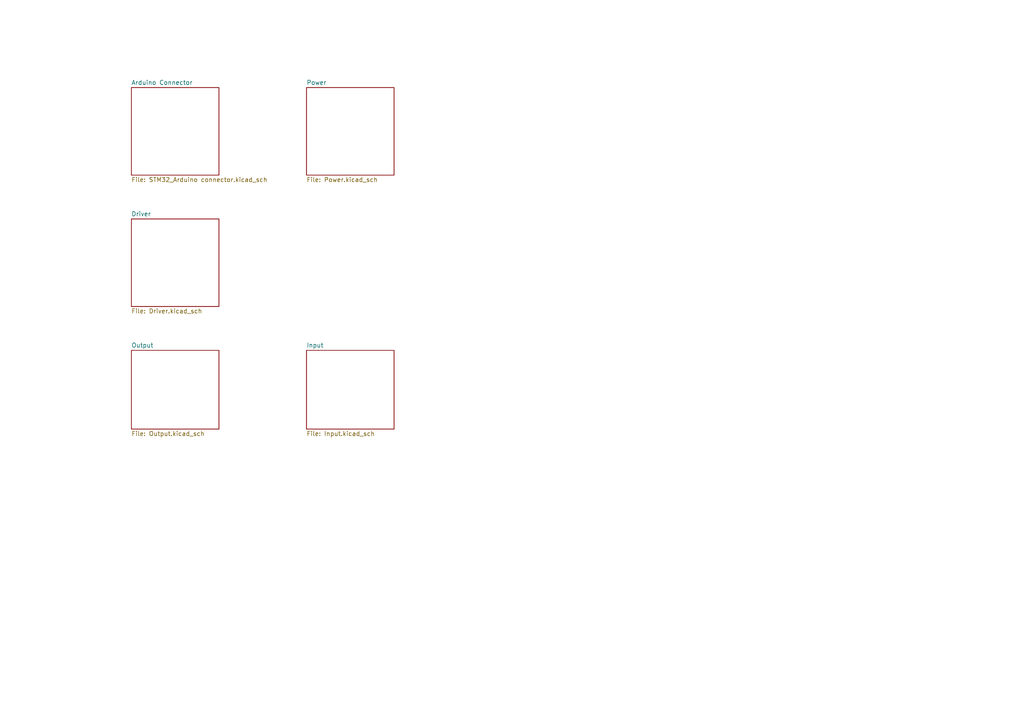
<source format=kicad_sch>
(kicad_sch (version 20230121) (generator eeschema)
  (paper "A4")
  (lib_symbols)
  (sheet (at 38.1 25.4) (size 25.4 25.4) (stroke (width 0.1524))
    (property "Sheetname" "Arduino Connector" (at 38.1 24.6884 0) (effects (justify left bottom)))
    (property "Sheetfile" "STM32_Arduino connector.kicad_sch" (at 38.1 51.3846 0) (effects (justify left top)))
  )
  (sheet (at 38.1 63.5) (size 25.4 25.4) (stroke (width 0.1524))
    (property "Sheetname" "Driver" (at 38.1 62.7884 0) (effects (justify left bottom)))
    (property "Sheetfile" "Driver.kicad_sch" (at 38.1 89.4846 0) (effects (justify left top)))
  )
  (sheet (at 88.9 101.6) (size 25.4 22.86) (stroke (width 0.1524))
    (property "Sheetname" "Input" (at 88.9 100.8884 0) (effects (justify left bottom)))
    (property "Sheetfile" "Input.kicad_sch" (at 88.9 125.0446 0) (effects (justify left top)))
  )
  (sheet (at 88.9 25.4) (size 25.4 25.4) (stroke (width 0.1524))
    (property "Sheetname" "Power" (at 88.9 24.6884 0) (effects (justify left bottom)))
    (property "Sheetfile" "Power.kicad_sch" (at 88.9 51.3846 0) (effects (justify left top)))
  )
  (sheet (at 38.1 101.6) (size 25.4 22.86) (stroke (width 0.1524))
    (property "Sheetname" "Output" (at 38.1 100.8884 0) (effects (justify left bottom)))
    (property "Sheetfile" "Output.kicad_sch" (at 38.1 125.0446 0) (effects (justify left top)))
  )
)
</source>
